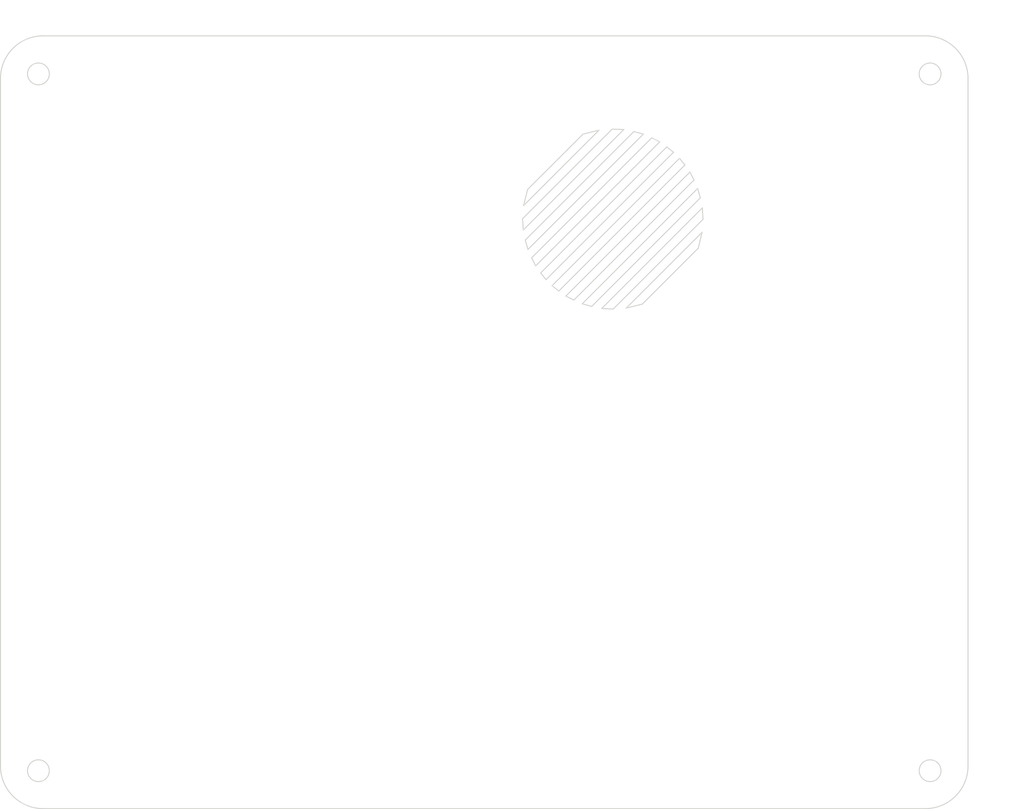
<source format=kicad_pcb>
(kicad_pcb (version 20211014) (generator pcbnew)

  (general
    (thickness 1.6)
  )

  (paper "A4")
  (layers
    (0 "F.Cu" signal)
    (31 "B.Cu" signal)
    (32 "B.Adhes" user "B.Adhesive")
    (33 "F.Adhes" user "F.Adhesive")
    (34 "B.Paste" user)
    (35 "F.Paste" user)
    (36 "B.SilkS" user "B.Silkscreen")
    (37 "F.SilkS" user "F.Silkscreen")
    (38 "B.Mask" user)
    (39 "F.Mask" user)
    (40 "Dwgs.User" user "User.Drawings")
    (41 "Cmts.User" user "User.Comments")
    (42 "Eco1.User" user "User.Eco1")
    (43 "Eco2.User" user "User.Eco2")
    (44 "Edge.Cuts" user)
    (45 "Margin" user)
    (46 "B.CrtYd" user "B.Courtyard")
    (47 "F.CrtYd" user "F.Courtyard")
    (48 "B.Fab" user)
    (49 "F.Fab" user)
    (50 "User.1" user)
    (51 "User.2" user)
    (52 "User.3" user)
    (53 "User.4" user)
    (54 "User.5" user)
    (55 "User.6" user)
    (56 "User.7" user)
    (57 "User.8" user)
    (58 "User.9" user)
  )

  (setup
    (stackup
      (layer "F.SilkS" (type "Top Silk Screen") (color "White"))
      (layer "F.Paste" (type "Top Solder Paste"))
      (layer "F.Mask" (type "Top Solder Mask") (color "Black") (thickness 0.01))
      (layer "F.Cu" (type "copper") (thickness 0.035))
      (layer "dielectric 1" (type "core") (thickness 1.51) (material "FR4") (epsilon_r 4.5) (loss_tangent 0.02))
      (layer "B.Cu" (type "copper") (thickness 0.035))
      (layer "B.Mask" (type "Bottom Solder Mask") (color "Black") (thickness 0.01))
      (layer "B.Paste" (type "Bottom Solder Paste"))
      (layer "B.SilkS" (type "Bottom Silk Screen") (color "White"))
      (copper_finish "None")
      (dielectric_constraints no)
    )
    (pad_to_mask_clearance 0)
    (pcbplotparams
      (layerselection 0x00010fc_ffffffff)
      (disableapertmacros false)
      (usegerberextensions false)
      (usegerberattributes true)
      (usegerberadvancedattributes true)
      (creategerberjobfile true)
      (svguseinch false)
      (svgprecision 6)
      (excludeedgelayer true)
      (plotframeref false)
      (viasonmask false)
      (mode 1)
      (useauxorigin false)
      (hpglpennumber 1)
      (hpglpenspeed 20)
      (hpglpendiameter 15.000000)
      (dxfpolygonmode false)
      (dxfimperialunits false)
      (dxfusepcbnewfont true)
      (psnegative false)
      (psa4output false)
      (plotreference true)
      (plotvalue true)
      (plotinvisibletext false)
      (sketchpadsonfab false)
      (subtractmaskfromsilk false)
      (outputformat 3)
      (mirror false)
      (drillshape 0)
      (scaleselection 1)
      (outputdirectory "dxf")
    )
  )

  (net 0 "")

  (gr_circle (center 151.781981 83.750005) (end 163.031981 83.750005) (layer "Eco2.User") (width 0.15) (fill none) (tstamp d7134f79-083c-4053-a87a-45fb3fe23052))
  (gr_circle (center 185.231981 68.450005) (end 186.381981 68.450005) (layer "Edge.Cuts") (width 0.1) (fill none) (tstamp 05c49b20-5f45-45aa-9b74-4b7ac54962f7))
  (gr_line (start 154.893251 92.730261) (end 160.797592 86.825919) (layer "Edge.Cuts") (width 0.1) (tstamp 05da28d8-33c8-4304-a507-facdae83aa52))
  (gr_line (start 146.089771 91.351403) (end 145.382665 90.785717) (layer "Edge.Cuts") (width 0.1) (tstamp 0e1f760d-8c5a-4a77-ac4a-b9f9cd1354a9))
  (gr_line (start 157.474191 76.148607) (end 158.181297 76.714293) (layer "Edge.Cuts") (width 0.1) (tstamp 0f652b94-ad64-4030-bad9-6f5687d71183))
  (gr_line (start 143.225989 87.851224) (end 155.8832 75.194013) (layer "Edge.Cuts") (width 0.1) (tstamp 12dcb8e1-9b2f-43be-822d-0f14120ccd4a))
  (gr_line (start 151.71127 74.274774) (end 152.948707 74.310129) (layer "Edge.Cuts") (width 0.1) (tstamp 13660b2f-2549-4305-a03e-7c763dff219c))
  (gr_line (start 160.726882 80.532669) (end 161.009724 81.522619) (layer "Edge.Cuts") (width 0.1) (tstamp 146435a8-83d8-4c4e-a3a9-6d12326d5cf2))
  (gr_arc (start 184.731981 64.431977) (mid 187.913964 65.749997) (end 189.231982 68.93198) (layer "Edge.Cuts") (width 0.1) (tstamp 19a4ed5e-5559-40e8-aa8a-c03be7a79164))
  (gr_circle (center 91.231981 68.450005) (end 92.381981 68.450005) (layer "Edge.Cuts") (width 0.1) (fill none) (tstamp 1ae9168e-8b9f-4e14-ae04-bb17a1adf550))
  (gr_line (start 154.893251 92.730261) (end 153.196195 93.154525) (layer "Edge.Cuts") (width 0.1) (tstamp 200d3f1c-ae9a-4bd7-93be-14aab2967dd9))
  (gr_line (start 152.948707 74.310129) (end 142.342105 84.916731) (layer "Edge.Cuts") (width 0.1) (tstamp 201d3f4a-dbc1-4e12-8bed-a7884517a5f9))
  (gr_line (start 147.680762 92.305997) (end 146.832234 91.881733) (layer "Edge.Cuts") (width 0.1) (tstamp 203e23b8-fdfb-480b-a36c-4d86c2e2d186))
  (gr_line (start 151.817336 93.260591) (end 150.615255 93.189881) (layer "Edge.Cuts") (width 0.1) (tstamp 213566e3-f3ae-45c4-8c03-ab03e0b01174))
  (gr_line (start 87.231981 68.931981) (end 87.231981 141.450003) (layer "Edge.Cuts") (width 0.1) (tstamp 2ccced3d-71c5-40e7-8512-782935c5b724))
  (gr_line (start 142.801725 80.638735) (end 148.635356 74.805104) (layer "Edge.Cuts") (width 0.1) (tstamp 344ca637-c0dc-4c67-8acc-ce122f3818d2))
  (gr_line (start 154.999317 74.805104) (end 142.83708 86.967341) (layer "Edge.Cuts") (width 0.1) (tstamp 37203935-c993-4aee-9fb6-84ca40255161))
  (gr_line (start 144.180583 89.442215) (end 157.474191 76.148607) (layer "Edge.Cuts") (width 0.1) (tstamp 38019029-ee70-4f98-8a4e-6af8b89ce72d))
  (gr_line (start 161.186501 85.164219) (end 160.797592 86.825919) (layer "Edge.Cuts") (width 0.1) (tstamp 44964d7d-20fe-4a22-894a-e28f4ff9748f))
  (gr_circle (center 91.231981 141.950005) (end 92.381981 141.950005) (layer "Edge.Cuts") (width 0.1) (fill none) (tstamp 45d1479d-1e37-40b0-9ab0-dbd809671d8b))
  (gr_line (start 161.221857 82.583279) (end 150.615255 93.189881) (layer "Edge.Cuts") (width 0.1) (tstamp 4d94e77f-3749-4063-a8bc-400ea1bd966c))
  (gr_line (start 143.650253 88.699752) (end 143.225989 87.851224) (layer "Edge.Cuts") (width 0.1) (tstamp 4da954ac-0671-4590-8568-6b2cfe3575ac))
  (gr_line (start 158.817693 77.350689) (end 145.382665 90.785717) (layer "Edge.Cuts") (width 0.1) (tstamp 4f8a1244-db00-490f-9584-dcd6c91df9fb))
  (gr_line (start 146.089771 91.351403) (end 159.383379 78.057795) (layer "Edge.Cuts") (width 0.1) (tstamp 5480d5c1-b670-47c7-8289-8933ed50b41d))
  (gr_line (start 149.554595 92.977748) (end 161.009724 81.522619) (layer "Edge.Cuts") (width 0.1) (tstamp 56827de1-a613-45a0-9c13-04b88f2dd5e5))
  (gr_line (start 161.186501 85.164219) (end 153.196195 93.154525) (layer "Edge.Cuts") (width 0.1) (tstamp 56e36165-ecaf-4b58-b751-3b687972653e))
  (gr_line (start 149.554595 92.977748) (end 148.564645 92.694906) (layer "Edge.Cuts") (width 0.1) (tstamp 5e1f7dbe-2e06-4146-bc9b-d2a64c6a363e))
  (gr_arc (start 189.231981 141.450005) (mid 187.913961 144.631985) (end 184.731981 145.950005) (layer "Edge.Cuts") (width 0.1) (tstamp 62ec9c84-3e9f-484e-a864-293a43ae0555))
  (gr_line (start 142.801725 80.638735) (end 142.377461 82.335791) (layer "Edge.Cuts") (width 0.1) (tstamp 75d28215-788d-4401-8f19-a8850de29410))
  (gr_line (start 91.731981 145.950004) (end 184.731981 145.950005) (layer "Edge.Cuts") (width 0.1) (tstamp 7f20db31-b4be-4fc2-8d81-102a662facc1))
  (gr_line (start 156.731728 75.618277) (end 143.650253 88.699752) (layer "Edge.Cuts") (width 0.1) (tstamp 81f0e90b-d777-4007-879a-68b31ef03787))
  (gr_line (start 161.221857 82.583279) (end 161.292567 83.78536) (layer "Edge.Cuts") (width 0.1) (tstamp 8f92bde7-617f-4c2b-a36e-d945cdcd463d))
  (gr_line (start 148.635356 74.805104) (end 150.332412 74.38084) (layer "Edge.Cuts") (width 0.1) (tstamp 927271ae-01e2-413f-9eee-659b3429d013))
  (gr_line (start 159.913709 78.800258) (end 146.832234 91.881733) (layer "Edge.Cuts") (width 0.1) (tstamp 9606f06a-325f-4ba8-99b4-6e2876cb1d36))
  (gr_line (start 154.009367 74.522262) (end 154.999317 74.805104) (layer "Edge.Cuts") (width 0.1) (tstamp 96e71ea6-5db0-4c4e-823b-64d17f45eb70))
  (gr_line (start 142.342105 84.916731) (end 142.271395 83.71465) (layer "Edge.Cuts") (width 0.1) (tstamp 98acc672-4f4f-4e93-9b2d-708cf7231d3d))
  (gr_line (start 158.817693 77.350689) (end 159.383379 78.057795) (layer "Edge.Cuts") (width 0.1) (tstamp 9991563e-6700-4e9a-a720-2709555b6f7d))
  (gr_line (start 142.83708 86.967341) (end 142.554238 85.977391) (layer "Edge.Cuts") (width 0.1) (tstamp 9ead33e8-a150-4f27-a31b-9704a8a91325))
  (gr_line (start 144.746269 90.149321) (end 144.180583 89.442215) (layer "Edge.Cuts") (width 0.1) (tstamp 9f87afeb-cc6f-499f-a3b4-0202a29dba9e))
  (gr_line (start 147.680762 92.305997) (end 160.337973 79.648786) (layer "Edge.Cuts") (width 0.1) (tstamp a581af87-fb67-4eba-b1f1-03a2b62fc5a8))
  (gr_arc (start 91.731981 145.950004) (mid 88.55 144.631984) (end 87.231981 141.450003) (layer "Edge.Cuts") (width 0.1) (tstamp a7adbb81-fdf9-4595-bae2-37b942e6613a))
  (gr_line (start 144.746269 90.149321) (end 158.181297 76.714293) (layer "Edge.Cuts") (width 0.1) (tstamp cdedb03e-1eac-42c8-ae28-227d4149854a))
  (gr_line (start 150.332412 74.38084) (end 142.377461 82.335791) (layer "Edge.Cuts") (width 0.1) (tstamp ce3c71b6-2686-41d0-9fb3-a9c3a96b26fd))
  (gr_line (start 184.731981 64.431977) (end 91.731981 64.43198) (layer "Edge.Cuts") (width 0.1) (tstamp d70dfad1-6727-452c-bc34-c4850efd2e4e))
  (gr_line (start 189.231981 141.450005) (end 189.231982 68.93198) (layer "Edge.Cuts") (width 0.1) (tstamp dd24428f-8ecf-4f9c-b6b4-7a7bd0bf57e7))
  (gr_arc (start 87.231981 68.931981) (mid 88.55 65.75) (end 91.731981 64.43198) (layer "Edge.Cuts") (width 0.1) (tstamp e0c2177e-6cb7-4926-9bb8-2d725334cd5d))
  (gr_circle (center 185.231981 141.950005) (end 186.381981 141.950005) (layer "Edge.Cuts") (width 0.1) (fill none) (tstamp ede61e2f-6199-47b2-b499-96a4ef8a3625))
  (gr_line (start 155.8832 75.194013) (end 156.731728 75.618277) (layer "Edge.Cuts") (width 0.1) (tstamp ef359c64-a85a-4db0-a4df-311829105bbf))
  (gr_line (start 159.913709 78.800258) (end 160.337973 79.648786) (layer "Edge.Cuts") (width 0.1) (tstamp f479e913-5ce2-4a6b-8735-fb719b22d89b))
  (gr_line (start 160.726882 80.532669) (end 148.564645 92.694906) (layer "Edge.Cuts") (width 0.1) (tstamp f9525845-459c-4a38-ba8a-f2b7978460be))
  (gr_line (start 142.554238 85.977391) (end 154.009367 74.522262) (layer "Edge.Cuts") (width 0.1) (tstamp f9fe6f02-ec64-4fc7-95f3-ccb0f0c1a56a))
  (gr_line (start 151.817336 93.260591) (end 161.292567 83.78536) (layer "Edge.Cuts") (width 0.1) (tstamp fafa1249-525d-4c14-9584-c87c219edb0d))
  (gr_line (start 142.271395 83.71465) (end 151.71127 74.274774) (layer "Edge.Cuts") (width 0.1) (tstamp fc68eb0a-3b7e-49b6-83d9-49d5b4e99868))
  (dimension (type aligned) (layer "F.Fab") (tstamp 986ae3bb-6137-4fef-b331-4941a7206d18)
    (pts (xy 189.231982 68.93198) (xy 87.231981 68.931981))
    (height 6.28198)
    (gr_text "102.0000 mm" (at 138.231982 61.5) (layer "F.Fab") (tstamp f13cbe29-31f0-4268-8924-bb402ccc38da)
      (effects (font (size 1 1) (thickness 0.15)))
    )
    (format (units 3) (units_format 1) (precision 4))
    (style (thickness 0.1) (arrow_length 1.27) (text_position_mode 0) (extension_height 0.58642) (extension_offset 0.5) keep_text_aligned)
  )
  (dimension (type aligned) (layer "F.Fab") (tstamp f444c869-826a-412a-8ee2-ace2cfb0d9f5)
    (pts (xy 184.731981 64.431977) (xy 184.731981 145.950005))
    (height -6.618019)
    (gr_text "81.5180 mm" (at 190.2 105.190991 90) (layer "F.Fab") (tstamp 40440c3a-78b1-41ee-9ba0-84f9716dffc0)
      (effects (font (size 1 1) (thickness 0.15)))
    )
    (format (units 3) (units_format 1) (precision 4))
    (style (thickness 0.1) (arrow_length 1.27) (text_position_mode 0) (extension_height 0.58642) (extension_offset 0.5) keep_text_aligned)
  )

)

</source>
